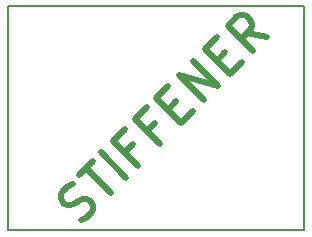
<source format=gbr>
%TF.GenerationSoftware,KiCad,Pcbnew,(5.1.12)-1*%
%TF.CreationDate,2024-01-05T22:51:58+02:00*%
%TF.ProjectId,FlexBandage,466c6578-4261-46e6-9461-67652e6b6963,rev?*%
%TF.SameCoordinates,Original*%
%TF.FileFunction,OtherDrawing,Comment*%
%FSLAX46Y46*%
G04 Gerber Fmt 4.6, Leading zero omitted, Abs format (unit mm)*
G04 Created by KiCad (PCBNEW (5.1.12)-1) date 2024-01-05 22:51:58*
%MOMM*%
%LPD*%
G01*
G04 APERTURE LIST*
%ADD10C,0.500000*%
%ADD11C,0.150000*%
G04 APERTURE END LIST*
D10*
X124979947Y-126087311D02*
X125384008Y-125885281D01*
X125889084Y-125380205D01*
X125990099Y-125077159D01*
X125990099Y-124875128D01*
X125889084Y-124572083D01*
X125687054Y-124370052D01*
X125384008Y-124269037D01*
X125181977Y-124269037D01*
X124878932Y-124370052D01*
X124373855Y-124673098D01*
X124070810Y-124774113D01*
X123868779Y-124774113D01*
X123565733Y-124673098D01*
X123363703Y-124471067D01*
X123262688Y-124168022D01*
X123262688Y-123965991D01*
X123363703Y-123662945D01*
X123868779Y-123157869D01*
X124272840Y-122955838D01*
X124777916Y-122248732D02*
X125990099Y-121036549D01*
X127505328Y-123763961D02*
X125384008Y-121642640D01*
X128818527Y-122450762D02*
X126697206Y-120329442D01*
X129424618Y-119622335D02*
X128717511Y-120329442D01*
X129828679Y-121440610D02*
X127707359Y-119319289D01*
X128717511Y-118309137D01*
X131242893Y-117804061D02*
X130535786Y-118511167D01*
X131646954Y-119622335D02*
X129525633Y-117501015D01*
X130535786Y-116490862D01*
X132354061Y-116692893D02*
X133061167Y-115985786D01*
X134475381Y-116793908D02*
X133465228Y-117804061D01*
X131343908Y-115682740D01*
X132354061Y-114672588D01*
X135384518Y-115884771D02*
X133263198Y-113763450D01*
X136596701Y-114672588D01*
X134475381Y-112551267D01*
X136495686Y-112551267D02*
X137202793Y-111844161D01*
X138617006Y-112652283D02*
X137606854Y-113662435D01*
X135485533Y-111541115D01*
X136495686Y-110530962D01*
X140738327Y-110530962D02*
X139021067Y-110227916D01*
X139526144Y-111743145D02*
X137404823Y-109621825D01*
X138212945Y-108813703D01*
X138515991Y-108712688D01*
X138718022Y-108712688D01*
X139021067Y-108813703D01*
X139324113Y-109116749D01*
X139425128Y-109419794D01*
X139425128Y-109621825D01*
X139324113Y-109924871D01*
X138515991Y-110732993D01*
D11*
X118830000Y-126930000D02*
X118830000Y-107930000D01*
X143840000Y-126930000D02*
X118830000Y-126930000D01*
X143840000Y-107930000D02*
X143840000Y-126930000D01*
X118830000Y-107930000D02*
X143840000Y-107930000D01*
M02*

</source>
